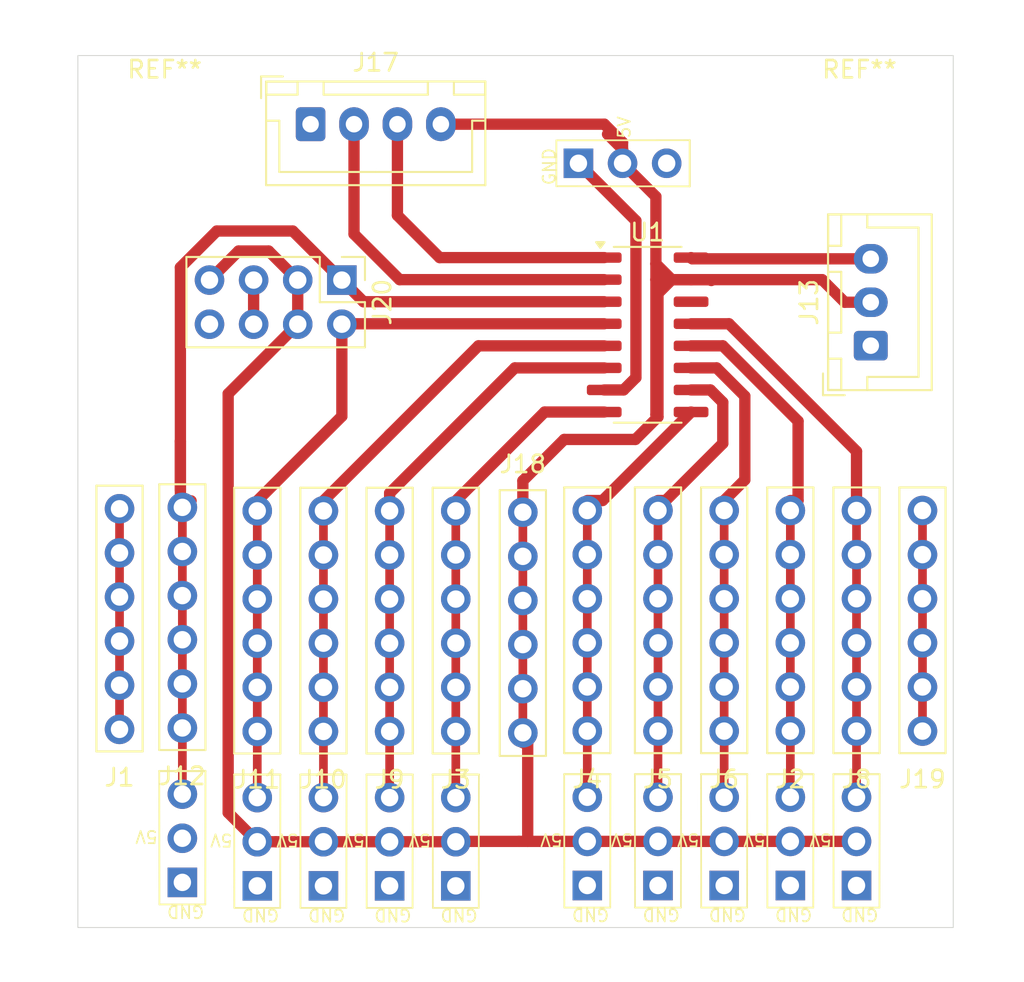
<source format=kicad_pcb>
(kicad_pcb
	(version 20240108)
	(generator "pcbnew")
	(generator_version "8.0")
	(general
		(thickness 1.6)
		(legacy_teardrops no)
	)
	(paper "A4")
	(layers
		(0 "F.Cu" signal)
		(31 "B.Cu" signal)
		(32 "B.Adhes" user "B.Adhesive")
		(33 "F.Adhes" user "F.Adhesive")
		(34 "B.Paste" user)
		(35 "F.Paste" user)
		(36 "B.SilkS" user "B.Silkscreen")
		(37 "F.SilkS" user "F.Silkscreen")
		(38 "B.Mask" user)
		(39 "F.Mask" user)
		(40 "Dwgs.User" user "User.Drawings")
		(41 "Cmts.User" user "User.Comments")
		(42 "Eco1.User" user "User.Eco1")
		(43 "Eco2.User" user "User.Eco2")
		(44 "Edge.Cuts" user)
		(45 "Margin" user)
		(46 "B.CrtYd" user "B.Courtyard")
		(47 "F.CrtYd" user "F.Courtyard")
		(48 "B.Fab" user)
		(49 "F.Fab" user)
		(50 "User.1" user)
		(51 "User.2" user)
		(52 "User.3" user)
		(53 "User.4" user)
		(54 "User.5" user)
		(55 "User.6" user)
		(56 "User.7" user)
		(57 "User.8" user)
		(58 "User.9" user)
	)
	(setup
		(stackup
			(layer "F.SilkS"
				(type "Top Silk Screen")
			)
			(layer "F.Paste"
				(type "Top Solder Paste")
			)
			(layer "F.Mask"
				(type "Top Solder Mask")
				(thickness 0.01)
			)
			(layer "F.Cu"
				(type "copper")
				(thickness 0.035)
			)
			(layer "dielectric 1"
				(type "core")
				(thickness 1.51)
				(material "FR4")
				(epsilon_r 4.5)
				(loss_tangent 0.02)
			)
			(layer "B.Cu"
				(type "copper")
				(thickness 0.035)
			)
			(layer "B.Mask"
				(type "Bottom Solder Mask")
				(thickness 0.01)
			)
			(layer "B.Paste"
				(type "Bottom Solder Paste")
			)
			(layer "B.SilkS"
				(type "Bottom Silk Screen")
			)
			(copper_finish "None")
			(dielectric_constraints no)
		)
		(pad_to_mask_clearance 0)
		(allow_soldermask_bridges_in_footprints no)
		(pcbplotparams
			(layerselection 0x0001000_ffffffff)
			(plot_on_all_layers_selection 0x0000000_00000000)
			(disableapertmacros yes)
			(usegerberextensions yes)
			(usegerberattributes yes)
			(usegerberadvancedattributes yes)
			(creategerberjobfile yes)
			(dashed_line_dash_ratio 12.000000)
			(dashed_line_gap_ratio 3.000000)
			(svgprecision 4)
			(plotframeref no)
			(viasonmask no)
			(mode 1)
			(useauxorigin no)
			(hpglpennumber 1)
			(hpglpenspeed 20)
			(hpglpendiameter 15.000000)
			(pdf_front_fp_property_popups yes)
			(pdf_back_fp_property_popups yes)
			(dxfpolygonmode yes)
			(dxfimperialunits yes)
			(dxfusepcbnewfont yes)
			(psnegative no)
			(psa4output no)
			(plotreference no)
			(plotvalue no)
			(plotfptext no)
			(plotinvisibletext no)
			(sketchpadsonfab no)
			(subtractmaskfromsilk no)
			(outputformat 1)
			(mirror no)
			(drillshape 0)
			(scaleselection 1)
			(outputdirectory "gerber/")
		)
	)
	(net 0 "")
	(net 1 "5V")
	(net 2 "GND")
	(net 3 "SWIO")
	(net 4 "SCL")
	(net 5 "SDA")
	(net 6 "PWM2")
	(net 7 "/PC7")
	(net 8 "/PC5")
	(net 9 "RC_IN")
	(net 10 "PWM1")
	(net 11 "/PD7")
	(net 12 "/PD6")
	(net 13 "/PA1")
	(net 14 "/PD5")
	(net 15 "/PA2")
	(net 16 "/PD4")
	(net 17 "Net-(J20-Pin_5)")
	(footprint "Stripe-ch32:Servo_pads" (layer "F.Cu") (at 1.017034 42.60044 180))
	(footprint "Connector_PinHeader_2.54mm:PinHeader_2x04_P2.54mm_Vertical" (layer "F.Cu") (at 10.199015 7.92533 -90))
	(footprint "Package_SO:SOP-16_3.9x9.9mm_P1.27mm" (layer "F.Cu") (at 27.804015 11.07533))
	(footprint "Stripe-ch32:stripe" (layer "F.Cu") (at 32.209015 27.54033 90))
	(footprint "Connector_JST:JST_XH_B4B-XH-A_1x04_P2.50mm_Vertical" (layer "F.Cu") (at 8.399015 -1.04967))
	(footprint "Stripe-ch32:Servo_pads" (layer "F.Cu") (at 36.019015 42.78033 180))
	(footprint "Stripe-ch32:Servo_pads" (layer "F.Cu") (at 5.329015 42.80033 180))
	(footprint "Stripe-ch32:stripe" (layer "F.Cu") (at 16.759015 27.56033 90))
	(footprint "MountingHole:MountingHole_3.2mm_M3" (layer "F.Cu") (at 40 0))
	(footprint "Stripe-ch32:stripe" (layer "F.Cu") (at 36.019015 27.54033 90))
	(footprint "Stripe-ch32:stripe" (layer "F.Cu") (at 39.829015 27.54033 90))
	(footprint "Stripe-ch32:stripe" (layer "F.Cu") (at 9.139015 27.56033 90))
	(footprint "Stripe-ch32:Servo_pads" (layer "F.Cu") (at 23.819015 1.20033 90))
	(footprint "Stripe-ch32:stripe" (layer "F.Cu") (at -2.600985 27.44033 90))
	(footprint "Stripe-ch32:stripe" (layer "F.Cu") (at 12.949015 27.56033 90))
	(footprint "Stripe-ch32:Servo_pads" (layer "F.Cu") (at 32.209015 42.78033 180))
	(footprint "MountingHole:MountingHole_3.2mm_M3" (layer "F.Cu") (at 0 0))
	(footprint "Stripe-ch32:stripe" (layer "F.Cu") (at 24.329015 27.54033 90))
	(footprint "Stripe-ch32:Servo_pads" (layer "F.Cu") (at 9.139015 42.80033 180))
	(footprint "Stripe-ch32:stripe" (layer "F.Cu") (at 28.399015 27.54033 90))
	(footprint "Stripe-ch32:stripe" (layer "F.Cu") (at 1.017034 27.36044 90))
	(footprint "Stripe-ch32:Servo_pads" (layer "F.Cu") (at 39.829015 42.78033 180))
	(footprint "Stripe-ch32:Servo_pads" (layer "F.Cu") (at 16.759015 42.80033 180))
	(footprint "Stripe-ch32:stripe" (layer "F.Cu") (at 20.61951 27.640605 -90))
	(footprint "Stripe-ch32:Servo_pads" (layer "F.Cu") (at 28.399015 42.78033 180))
	(footprint "Stripe-ch32:stripe" (layer "F.Cu") (at 43.626733 27.541247 90))
	(footprint "Stripe-ch32:stripe" (layer "F.Cu") (at 5.329015 27.56033 90))
	(footprint "Connector_JST:JST_XH_B3B-XH-A_1x03_P2.50mm_Vertical" (layer "F.Cu") (at 40.649015 11.70033 90))
	(footprint "Stripe-ch32:Servo_pads" (layer "F.Cu") (at 12.949015 42.80033 180))
	(footprint "Stripe-ch32:Servo_pads" (layer "F.Cu") (at 24.329015 42.78033 180))
	(gr_rect
		(start -5 -5)
		(end 45.399015 45.20033)
		(stroke
			(width 0.05)
			(type default)
		)
		(fill none)
		(layer "Edge.Cuts")
		(uuid "303295d6-c977-49c9-ba67-63731e697983")
	)
	(segment
		(start 28.279015 15.678984)
		(end 28.399015 15.798984)
		(width 0.65)
		(layer "F.Cu")
		(net 1)
		(uuid "041e657a-e643-45d8-a9e5-f629f740cea7")
	)
	(segment
		(start 28.279015 7.90033)
		(end 30.304015 7.90033)
		(width 0.65)
		(layer "F.Cu")
		(net 1)
		(uuid "0f8665a5-1a46-475d-9c5a-0811867425ab")
	)
	(segment
		(start 24.329015 40.24033)
		(end 20.899015 40.24033)
		(width 0.65)
		(layer "F.Cu")
		(net 1)
		(uuid "1d3a402f-9208-4c14-825a-7d88f9569966")
	)
	(segment
		(start 28.399015 15.798984)
		(end 27.097669 17.10033)
		(width 0.65)
		(layer "F.Cu")
		(net 1)
		(uuid "2a86fc34-939e-4293-9b10-b9a18d80fe08")
	)
	(segment
		(start 26.359015 0.39033)
		(end 25.494015 -0.47467)
		(width 0.65)
		(layer "F.Cu")
		(net 1)
		(uuid "2c50cc78-cf5c-45f0-a907-e6acbfc0b138")
	)
	(segment
		(start 5.984015 6.25033)
		(end 4.254015 6.25033)
		(width 0.65)
		(layer "F.Cu")
		(net 1)
		(uuid "2e7b12b8-4c79-4bc5-8654-3f84b3cfa306")
	)
	(segment
		(start 36.019015 40.24033)
		(end 39.829015 40.24033)
		(width 0.65)
		(layer "F.Cu")
		(net 1)
		(uuid "314ad16c-62bf-4198-95d9-28dc2fbb40b7")
	)
	(segment
		(start 29.191001 7.90033)
		(end 28.279015 6.988344)
		(width 0.65)
		(layer "F.Cu")
		(net 1)
		(uuid "3bb38ea5-f2f4-40cd-9e06-dda044bb2d9d")
	)
	(segment
		(start 26.359015 1.20033)
		(end 26.359015 -0.001751)
		(width 0.65)
		(layer "F.Cu")
		(net 1)
		(uuid "3ea93ddf-16f2-43f3-9dd0-f3e75a120d27")
	)
	(segment
		(start 16.779015 40.24033)
		(end 16.759015 40.26033)
		(width 0.65)
		(layer "F.Cu")
		(net 1)
		(uuid "3efe13e0-0cbe-457b-8844-a999eb5047e0")
	)
	(segment
		(start 32.209015 40.24033)
		(end 36.019015 40.24033)
		(width 0.65)
		(layer "F.Cu")
		(net 1)
		(uuid "44ab8787-c54a-428a-87c0-e2daf4f19ee2")
	)
	(segment
		(start 20.399015 40.24033)
		(end 16.779015 40.24033)
		(width 0.65)
		(layer "F.Cu")
		(net 1)
		(uuid "543617b3-c6b0-4b87-a30e-1ae04ef4fbea")
	)
	(segment
		(start 20.899015 34.565605)
		(end 20.61951 34.565605)
		(width 0.65)
		(layer "F.Cu")
		(net 1)
		(uuid "5bd6351d-2edb-4051-9bfb-d11c023e9e64")
	)
	(segment
		(start 12.949015 40.26033)
		(end 9.139015 40.26033)
		(width 0.65)
		(layer "F.Cu")
		(net 1)
		(uuid "66d30e67-8a84-4029-8100-bd5afa234be7")
	)
	(segment
		(start 28.279015 7.90033)
		(end 28.279015 15.678984)
		(width 0.65)
		(layer "F.Cu")
		(net 1)
		(uuid "68ecd35b-f169-4e64-83d6-af7ab20a52c8")
	)
	(segment
		(start 28.399015 40.24033)
		(end 32.209015 40.24033)
		(width 0.65)
		(layer "F.Cu")
		(net 1)
		(uuid "6cd11ca5-8259-48ef-8418-f71adfad61d3")
	)
	(segment
		(start 9.139015 40.26033)
		(end 6.399015 40.26033)
		(width 0.65)
		(layer "F.Cu")
		(net 1)
		(uuid "74478b07-aeea-4720-b771-87a9e66b4606")
	)
	(segment
		(start 3.654015 38.58533)
		(end 5.329015 40.26033)
		(width 0.65)
		(layer "F.Cu")
		(net 1)
		(uuid "7499daef-dd5e-4ffc-9ab6-8af0120b3748")
	)
	(segment
		(start 16.759015 40.26033)
		(end 12.949015 40.26033)
		(width 0.65)
		(layer "F.Cu")
		(net 1)
		(uuid "766414ce-bb9a-47de-a788-7983baff8302")
	)
	(segment
		(start 30.304015 7.90033)
		(end 29.191001 7.90033)
		(width 0.65)
		(layer "F.Cu")
		(net 1)
		(uuid "76971362-a7b4-4bb0-8138-a07d937bbaaa")
	)
	(segment
		(start 27.097669 17.10033)
		(end 22.999015 17.10033)
		(width 0.65)
		(layer "F.Cu")
		(net 1)
		(uuid "82ffb2cd-fe97-4a19-8299-f38134e56d9a")
	)
	(segment
		(start 26.359015 -0.001751)
		(end 25.311096 -1.04967)
		(width 0.65)
		(layer "F.Cu")
		(net 1)
		(uuid "87150b1a-3e84-430a-b816-802673f47a6f")
	)
	(segment
		(start 7.659015 10.46533)
		(end 7.659015 7.92533)
		(width 0.65)
		(layer "F.Cu")
		(net 1)
		(uuid "8926d46a-7c60-4e08-983d-c298633b7372")
	)
	(segment
		(start 7.659015 10.46533)
		(end 3.654015 14.47033)
		(width 0.65)
		(layer "F.Cu")
		(net 1)
		(uuid "8981fba5-aaba-452b-8701-7f6aa1041bb1")
	)
	(segment
		(start 20.61951 19.479835)
		(end 20.61951 20.715605)
		(width 0.65)
		(layer "F.Cu")
		(net 1)
		(uuid "8cfd17dc-3c27-469f-96ff-dbf8e344e0f0")
	)
	(segment
		(start 31.467029 7.95033)
		(end 31.417029 7.90033)
		(width 0.65)
		(layer "F.Cu")
		(net 1)
		(uuid "91d0ee2b-9d4b-4013-bf9b-0af9eba280d8")
	)
	(segment
		(start 20.899015 40.24033)
		(end 20.899015 34.565605)
		(width 0.65)
		(layer "F.Cu")
		(net 1)
		(uuid "a2bd5612-a1f5-48cd-88b4-747b8b668d88")
	)
	(segment
		(start 6.399015 40.26033)
		(end 5.329015 40.26033)
		(width 0.65)
		(layer "F.Cu")
		(net 1)
		(uuid "a3c4c716-a50f-4343-9a08-3cc5379cfa2b")
	)
	(segment
		(start 28.399015 8.692316)
		(end 28.399015 15.798984)
		(width 0.65)
		(layer "F.Cu")
		(net 1)
		(uuid "ae57f149-dfc7-405c-b7d0-edc8d087fea6")
	)
	(segment
		(start 7.659015 7.92533)
		(end 5.984015 6.25033)
		(width 0.65)
		(layer "F.Cu")
		(net 1)
		(uuid "b4e203b9-6a78-4052-8a6e-5bce4f5919f7")
	)
	(segment
		(start 4.254015 6.25033)
		(end 2.579015 7.92533)
		(width 0.65)
		(layer "F.Cu")
		(net 1)
		(uuid "c0becd58-619d-4b65-8f0f-758a4b6946a4")
	)
	(segment
		(start 22.999015 17.10033)
		(end 20.61951 19.479835)
		(width 0.65)
		(layer "F.Cu")
		(net 1)
		(uuid "c5032eda-4f34-4454-8147-1e6a9104df8c")
	)
	(segment
		(start 37.849015 7.90033)
		(end 30.304015 7.90033)
		(width 0.65)
		(layer "F.Cu")
		(net 1)
		(uuid "c5c4250d-0050-4e14-bc2f-e41446a9ba00")
	)
	(segment
		(start 26.359015 1.20033)
		(end 26.359015 0.39033)
		(width 0.65)
		(layer "F.Cu")
		(net 1)
		(uuid "c8b0901f-b53e-4ecb-987c-37d09b4423e9")
	)
	(segment
		(start 20.899015 40.24033)
		(end 20.399015 40.24033)
		(width 0.65)
		(layer "F.Cu")
		(net 1)
		(uuid "d4b9dc20-1dc9-434c-81b5-40aa1c282550")
	)
	(segment
		(start 28.279015 6.988344)
		(end 28.279015 3.12033)
		(width 0.65)
		(layer "F.Cu")
		(net 1)
		(uuid "d958c6bd-9c7a-47ad-b00c-524d9a6dadc3")
	)
	(segment
		(start 25.311096 -1.04967)
		(end 15.899015 -1.04967)
		(width 0.65)
		(layer "F.Cu")
		(net 1)
		(uuid "e0ce43f5-ed05-4ad8-a5be-6ff7346f32dc")
	)
	(segment
		(start 28.279015 3.12033)
		(end 26.359015 1.20033)
		(width 0.65)
		(layer "F.Cu")
		(net 1)
		(uuid "e2ba4eda-e7ff-4c1e-92e3-818a2bd213d4")
	)
	(segment
		(start 29.191001 7.90033)
		(end 28.399015 8.692316)
		(width 0.65)
		(layer "F.Cu")
		(net 1)
		(uuid "ec47e8e2-af48-45b4-8973-49717d1fcbe8")
	)
	(segment
		(start 39.149015 9.20033)
		(end 37.849015 7.90033)
		(width 0.65)
		(layer "F.Cu")
		(net 1)
		(uuid "ec73f468-db39-462f-baba-8a1b4e394a5b")
	)
	(segment
		(start 24.329015 40.24033)
		(end 28.399015 40.24033)
		(width 0.65)
		(layer "F.Cu")
		(net 1)
		(uuid "ed8473c7-24bd-4d0e-9c46-84fbfb45456d")
	)
	(segment
		(start 40.649015 9.20033)
		(end 39.149015 9.20033)
		(width 0.65)
		(layer "F.Cu")
		(net 1)
		(uuid "ef9c7b14-69fa-41e9-9f14-88bc39c335e7")
	)
	(segment
		(start 3.654015 14.47033)
		(end 3.654015 38.58533)
		(width 0.65)
		(layer "F.Cu")
		(net 1)
		(uuid "f3a82ede-5889-4068-827e-96ba0196c4fc")
	)
	(segment
		(start 28.279015 6.988344)
		(end 28.279015 7.90033)
		(width 0.65)
		(layer "F.Cu")
		(net 1)
		(uuid "fc1c390f-5fc9-4dba-b642-5a2564e96e3d")
	)
	(segment
		(start 30.304015 7.90033)
		(end 31.417029 7.90033)
		(width 0.65)
		(layer "F.Cu")
		(net 1)
		(uuid "fdb2aa67-cee1-4663-b638-056df70d4426")
	)
	(segment
		(start 26.417029 14.25033)
		(end 27.129015 13.538344)
		(width 0.65)
		(layer "F.Cu")
		(net 3)
		(uuid "2d9c91b8-841c-46a6-818d-a79c218c4b50")
	)
	(segment
		(start 27.129015 4.51033)
		(end 23.819015 1.20033)
		(width 0.65)
		(layer "F.Cu")
		(net 3)
		(uuid "478127b9-8a5c-429c-a982-051051d97a72")
	)
	(segment
		(start 27.129015 13.538344)
		(end 27.129015 4.51033)
		(width 0.65)
		(layer "F.Cu")
		(net 3)
		(uuid "b1f31179-185d-4817-a51c-be5f8243b5a2")
	)
	(segment
		(start 25.304015 14.25033)
		(end 26.417029 14.25033)
		(width 0.65)
		(layer "F.Cu")
		(net 3)
		(uuid "fe1b2c35-280a-434c-8b84-6dd768ede66a")
	)
	(segment
		(start 25.304015 7.90033)
		(end 13.524015 7.90033)
		(width 0.65)
		(layer "F.Cu")
		(net 4)
		(uuid "703c4b16-7e02-4d6a-9fcb-97c1c2e5c97b")
	)
	(segment
		(start 13.524015 7.90033)
		(end 10.899015 5.27533)
		(width 0.65)
		(layer "F.Cu")
		(net 4)
		(uuid "78ef2e54-2ebf-474a-8df6-24c3f44299d2")
	)
	(segment
		(start 10.899015 5.27533)
		(end 10.899015 -1.04967)
		(width 0.65)
		(layer "F.Cu")
		(net 4)
		(uuid "fa0fa5b6-3418-4b98-82b6-95489323ceb7")
	)
	(segment
		(start 15.829015 6.63033)
		(end 13.399015 4.20033)
		(width 0.65)
		(layer "F.Cu")
		(net 5)
		(uuid "501b2f94-34a2-49f6-b48d-f9088fbee736")
	)
	(segment
		(start 13.399015 4.20033)
		(end 13.399015 -1.04967)
		(width 0.65)
		(layer "F.Cu")
		(net 5)
		(uuid "6a453286-923c-4edc-8606-effa6d53831d")
	)
	(segment
		(start 15.829015 6.63033)
		(end 25.304015 6.63033)
		(width 0.65)
		(layer "F.Cu")
		(net 5)
		(uuid "b11d5a8a-6b66-4550-852c-96ce925a21f5")
	)
	(segment
		(start 25.304015 10.44033)
		(end 10.224015 10.44033)
		(width 0.65)
		(layer "F.Cu")
		(net 6)
		(uuid "4d226d92-ac70-4d15-b339-59d0e205d028")
	)
	(segment
		(start 5.329015 37.72033)
		(end 5.329015 34.11033)
		(width 0.5)
		(layer "F.Cu")
		(net 6)
		(uuid "506246c1-70a4-4e69-8b4a-99d5c9f12597")
	)
	(segment
		(start 10.224015 10.44033)
		(end 10.199015 10.46533)
		(width 0.65)
		(layer "F.Cu")
		(net 6)
		(uuid "7ebc4135-d66c-4597-9970-d078f1398b37")
	)
	(segment
		(start 10.199015 10.46533)
		(end 10.199015 15.76533)
		(width 0.65)
		(layer "F.Cu")
		(net 6)
		(uuid "c3637807-779b-43fb-bb7c-2c15d3f63f38")
	)
	(segment
		(start 10.199015 15.76533)
		(end 5.329015 20.63533)
		(width 0.65)
		(layer "F.Cu")
		(net 6)
		(uuid "d668c0bd-b932-4730-a54d-e6063b7f2a28")
	)
	(segment
		(start 20.158735 12.98033)
		(end 12.949015 20.19005)
		(width 0.65)
		(layer "F.Cu")
		(net 7)
		(uuid "296cc149-7030-4ff9-8c88-13889d7e0bd4")
	)
	(segment
		(start 25.304015 12.98033)
		(end 20.158735 12.98033)
		(width 0.65)
		(layer "F.Cu")
		(net 7)
		(uuid "6161b5bd-d27f-4569-9f23-eb377de8a1a6")
	)
	(segment
		(start 12.949015 20.19005)
		(end 12.949015 20.63533)
		(width 0.65)
		(layer "F.Cu")
		(net 7)
		(uuid "a5efdd36-e7ea-4d06-a7b5-ec1e3ebbc7cb")
	)
	(segment
		(start 12.949015 37.72033)
		(end 12.949015 34.11033)
		(width 0.5)
		(layer "F.Cu")
		(net 7)
		(uuid "ca93fb35-f5e9-4e69-81ee-88d29c916d71")
	)
	(segment
		(start 25.304015 11.71033)
		(end 18.064015 11.71033)
		(width 0.65)
		(layer "F.Cu")
		(net 8)
		(uuid "13d52d75-63b2-4949-9652-13e2c76ef179")
	)
	(segment
		(start 18.064015 11.71033)
		(end 9.139015 20.63533)
		(width 0.65)
		(layer "F.Cu")
		(net 8)
		(uuid "b373506f-8cd5-456b-88b6-9c13cb809301")
	)
	(segment
		(start 9.139015 37.72033)
		(end 9.139015 34.11033)
		(width 0.5)
		(layer "F.Cu")
		(net 8)
		(uuid "d07dcee8-ac60-4fc1-ac03-dd4fae7606ec")
	)
	(segment
		(start 30.374015 6.70033)
		(end 30.304015 6.63033)
		(width 0.65)
		(layer "F.Cu")
		(net 9)
		(uuid "7fd9d0f1-4b5e-42fb-91d6-22a6959d0225")
	)
	(segment
		(start 40.649015 6.70033)
		(end 30.374015 6.70033)
		(width 0.65)
		(layer "F.Cu")
		(net 9)
		(uuid "8508f17e-ebf2-446b-b2d8-ad01e07ddd48")
	)
	(segment
		(start 10.199015 7.92533)
		(end 7.374015 5.10033)
		(width 0.65)
		(layer "F.Cu")
		(net 10)
		(uuid "048ae486-337c-4beb-bc7d-a767bed3fc7b")
	)
	(segment
		(start 0.904015 17.20033)
		(end 0.904015 20.02033)
		(width 0.65)
		(layer "F.Cu")
		(net 10)
		(uuid "3f95e34f-4abc-4565-aea5-ca5bbffc54ee")
	)
	(segment
		(start 0.904015 20.46561)
		(end 1.073735 20.63533)
		(width 0.65)
		(layer "F.Cu")
		(net 10)
		(uuid "4c17021e-a4dc-4456-9e8c-1460cbacda74")
	)
	(segment
		(start 7.374015 5.10033)
		(end 2.999015 5.10033)
		(width 0.65)
		(layer "F.Cu")
		(net 10)
		(uuid "56789796-17f1-4fbd-995b-ff959956113e")
	)
	(segment
		(start 1.017034 37.52044)
		(end 1.017034 33.91044)
		(width 0.5)
		(layer "F.Cu")
		(net 10)
		(uuid "7e22c080-8222-4931-87a3-bca3d971c1ab")
	)
	(segment
		(start 0.904015 17.20033)
		(end 0.904015 20.46561)
		(width 0.65)
		(layer "F.Cu")
		(net 10)
		(uuid "96668812-2e84-4ab0-b89c-797f21eab5ec")
	)
	(segment
		(start 2.999015 5.10033)
		(end 0.904015 7.19533)
		(width 0.65)
		(layer "F.Cu")
		(net 10)
		(uuid "b27aee2d-dc5f-405b-b35a-0a4bda09277e")
	)
	(segment
		(start 1.073735 20.63533)
		(end 1.519015 20.63533)
		(width 0.65)
		(layer "F.Cu")
		(net 10)
		(uuid "cb0fba34-7fbe-4c50-a126-f1d92bd58541")
	)
	(segment
		(start 11.444015 9.17033)
		(end 10.199015 7.92533)
		(width 0.65)
		(layer "F.Cu")
		(net 10)
		(uuid "dc9c3b96-1b68-44c4-ace4-1f2626db3de7")
	)
	(segment
		(start 25.304015 9.17033)
		(end 11.444015 9.17033)
		(width 0.65)
		(layer "F.Cu")
		(net 10)
		(uuid "ddc03c30-817b-494f-a644-cd705e83fc1c")
	)
	(segment
		(start 0.904015 7.19533)
		(end 0.904015 17.20033)
		(width 0.65)
		(layer "F.Cu")
		(net 10)
		(uuid "fa11d006-a4f6-4b10-af73-5a35b2cb5696")
	)
	(segment
		(start 31.773375 12.98033)
		(end 33.399015 14.60597)
		(width 0.65)
		(layer "F.Cu")
		(net 11)
		(uuid "264fed00-4bb1-4540-b5bd-dd3a08b42bcb")
	)
	(segment
		(start 33.399015 19.42533)
		(end 32.209015 20.61533)
		(width 0.65)
		(layer "F.Cu")
		(net 11)
		(uuid "3a513385-338c-4afe-8ae4-39be740e1cf6")
	)
	(segment
		(start 30.304015 12.98033)
		(end 31.773375 12.98033)
		(width 0.65)
		(layer "F.Cu")
		(net 11)
		(uuid "cb07ab4d-60c0-4263-95f3-779ce41bd1c2")
	)
	(segment
		(start 32.209015 37.70033)
		(end 32.209015 34.09033)
		(width 0.5)
		(layer "F.Cu")
		(net 11)
		(uuid "cdf6cf24-f431-42fb-b50f-c972762e6833")
	)
	(segment
		(start 33.399015 14.60597)
		(end 33.399015 19.42533)
		(width 0.65)
		(layer "F.Cu")
		(net 11)
		(uuid "e5dd2a92-3eca-436d-aa29-8fcbf3b31ee3")
	)
	(segment
		(start 32.129015 17.33061)
		(end 28.844295 20.61533)
		(width 0.65)
		(layer "F.Cu")
		(net 12)
		(uuid "0bf773af-c18b-46db-a03f-c442cc56ffa3")
	)
	(segment
		(start 32.129015 14.962316)
		(end 32.129015 17.33061)
		(width 0.65)
		(layer "F.Cu")
		(net 12)
		(uuid "2acfe05e-1a1d-4364-8fc8-04f46e5628f1")
	)
	(segment
		(start 31.417029 14.25033)
		(end 32.129015 14.962316)
		(width 0.65)
		(layer "F.Cu")
		(net 12)
		(uuid "5fd46991-c0d6-4a5a-81b3-1bc5ea6acedd")
	)
	(segment
		(start 28.844295 20.61533)
		(end 28.399015 20.61533)
		(width 0.65)
		(layer "F.Cu")
		(net 12)
		(uuid "ad162cb2-c89e-49b4-9a23-cc89c47bf16f")
	)
	(segment
		(start 30.304015 14.25033)
		(end 31.417029 14.25033)
		(width 0.65)
		(layer "F.Cu")
		(net 12)
		(uuid "ae1d1daa-9bd5-4b5d-ad16-dac9f28494f3")
	)
	(segment
		(start 28.399015 37.70033)
		(end 28.399015 34.09033)
		(width 0.5)
		(layer "F.Cu")
		(net 12)
		(uuid "c341e5b7-0bca-4898-85b0-470ac94e28d9")
	)
	(segment
		(start 36.464295 16.044904)
		(end 36.464295 20.61533)
		(width 0.65)
		(layer "F.Cu")
		(net 13)
		(uuid "09eff772-bc7e-4802-9844-0e4ab31c56a3")
	)
	(segment
		(start 32.129721 11.71033)
		(end 36.464295 16.044904)
		(width 0.65)
		(layer "F.Cu")
		(net 13)
		(uuid "740c5cf2-65b6-4329-b2bd-62121b51d26e")
	)
	(segment
		(start 36.019015 37
... [5185 chars truncated]
</source>
